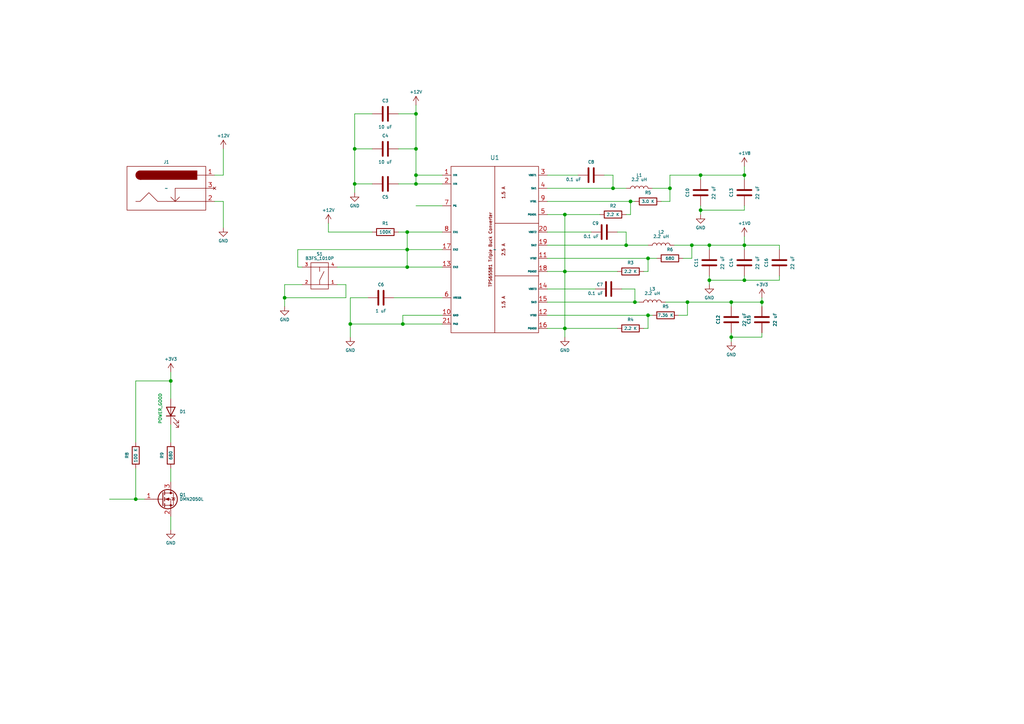
<source format=kicad_sch>
(kicad_sch (version 20230121) (generator eeschema)
  (paper "A4")
  (lib_symbols
    (symbol "B3FS_1010P_1"
      (property "Reference" "S1" (at 0 5.08 0))
      (symbol "B3FS_1010P_1_0_1"
        (rectangle (start -2.54 2.54) (end 2.54 2.54))
        (rectangle (start -2.54 3.81) (end 2.54 -3.81))
        (polyline (pts (xy 0 2.54) (xy 0 1.27)))
        (polyline (pts (xy -2.54 -2.54) (xy 2.54 -2.54) (xy 0 -2.54) (xy 0 -1.27) (xy 1.27 1.27)))
      )
      (symbol "B3FS_1010P_1_1_1"
        (pin input line (at 5.08 -2.54 180) (length 2.54) (name "") (number "1"))
        (pin input line (at -5.08 -2.54 0) (length 2.54) (name "") (number "2"))
        (pin input line (at -5.08 2.54 0) (length 2.54) (name "") (number "3"))
        (pin input line (at 5.08 2.54 180) (length 2.54) (name "") (number "4"))
      )
    )
    (symbol "Device:C" (pin_numbers hide) (pin_names (offset 0.254))
      (property "Reference" "C" (at 0.635 2.54 0))
      (property "Value" "C" (at 0.635 -2.54 0))
      (symbol "C_0_1"
        (polyline (pts (xy -2.032 -0.762) (xy 2.032 -0.762)) (stroke (width 0.508)))
        (polyline (pts (xy -2.032 0.762) (xy 2.032 0.762)) (stroke (width 0.508)))
      )
      (symbol "C_1_1"
        (pin passive line (at 0 3.81 270) (length 2.794) (name "~") (number "1"))
        (pin passive line (at 0 -3.81 90) (length 2.794) (name "~") (number "2"))
      )
    )
    (symbol "Device:L" (pin_numbers hide) (pin_names (offset 1.016) hide)
      (property "Reference" "L" (at -1.27 0 90))
      (property "Value" "L" (at 1.905 0 90))
      (symbol "L_0_1"
        (arc (start 0 -2.54) (mid 0.6323 -1.905) (end 0 -1.27))
        (arc (start 0 -1.27) (mid 0.6323 -0.635) (end 0 0))
        (arc (start 0 0) (mid 0.6323 0.635) (end 0 1.27))
        (arc (start 0 1.27) (mid 0.6323 1.905) (end 0 2.54))
      )
      (symbol "L_1_1"
        (pin passive line (at 0 3.81 270) (length 1.27) (name "1") (number "1"))
        (pin passive line (at 0 -3.81 90) (length 1.27) (name "2") (number "2"))
      )
    )
    (symbol "Device:LED" (pin_numbers hide) (pin_names (offset 1.016) hide)
      (property "Reference" "D" (at 0 2.54 0))
      (property "Value" "LED" (at 0 -2.54 0))
      (symbol "LED_0_1"
        (polyline (pts (xy -1.27 -1.27) (xy -1.27 1.27)) (stroke (width 0.254)))
        (polyline (pts (xy -1.27 0) (xy 1.27 0)))
        (polyline (pts (xy 1.27 -1.27) (xy 1.27 1.27) (xy -1.27 0) (xy 1.27 -1.27)) (stroke (width 0.254)))
        (polyline (pts (xy -3.048 -0.762) (xy -4.572 -2.286) (xy -3.81 -2.286) (xy -4.572 -2.286) (xy -4.572 -1.524)))
        (polyline (pts (xy -1.778 -0.762) (xy -3.302 -2.286) (xy -2.54 -2.286) (xy -3.302 -2.286) (xy -3.302 -1.524)))
      )
      (symbol "LED_1_1"
        (pin passive line (at -3.81 0 0) (length 2.54) (name "K") (number "1"))
        (pin passive line (at 3.81 0 180) (length 2.54) (name "A") (number "2"))
      )
    )
    (symbol "Device:R" (pin_numbers hide) (pin_names (offset 0))
      (property "Reference" "R" (at 2.032 0 90))
      (property "Value" "R" (at 0 0 90))
      (symbol "R_0_1"
        (rectangle (start -1.016 -2.54) (end 1.016 2.54) (stroke (width 0.254)))
      )
      (symbol "R_1_1"
        (pin passive line (at 0 3.81 270) (length 1.27) (name "~") (number "1"))
        (pin passive line (at 0 -3.81 90) (length 1.27) (name "~") (number "2"))
      )
    )
    (symbol "Transistor_FET:DMN2050L" (pin_names hide)
      (property "Reference" "Q" (at 5.08 1.905 0))
      (property "Value" "DMN2050L" (at 5.08 0 0))
      (symbol "DMN2050L_0_1"
        (polyline (pts (xy 0.254 0) (xy -2.54 0)))
        (polyline (pts (xy 0.254 1.905) (xy 0.254 -1.905)) (stroke (width 0.254)))
        (polyline (pts (xy 0.762 -1.27) (xy 0.762 -2.286)) (stroke (width 0.254)))
        (polyline (pts (xy 0.762 0.508) (xy 0.762 -0.508)) (stroke (width 0.254)))
        (polyline (pts (xy 0.762 2.286) (xy 0.762 1.27)) (stroke (width 0.254)))
        (polyline (pts (xy 2.54 2.54) (xy 2.54 1.778)))
        (polyline (pts (xy 2.54 -2.54) (xy 2.54 0) (xy 0.762 0)))
        (polyline (pts (xy 0.762 -1.778) (xy 3.302 -1.778) (xy 3.302 1.778) (xy 0.762 1.778)))
        (polyline (pts (xy 1.016 0) (xy 2.032 0.381) (xy 2.032 -0.381) (xy 1.016 0)) (fill (type outline)))
        (polyline (pts (xy 2.794 0.508) (xy 2.921 0.381) (xy 3.683 0.381) (xy 3.81 0.254)))
        (polyline (pts (xy 3.302 0.381) (xy 2.921 -0.254) (xy 3.683 -0.254) (xy 3.302 0.381)))
        (circle (center 1.651 0) (radius 2.794) (stroke (width 0.254)))
        (circle (center 2.54 -1.778) (radius 0.254) (fill (type outline)))
        (circle (center 2.54 1.778) (radius 0.254) (fill (type outline)))
      )
      (symbol "DMN2050L_1_1"
        (pin input line (at -5.08 0 0) (length 2.54) (name "G") (number "1"))
        (pin passive line (at 2.54 -5.08 90) (length 2.54) (name "S") (number "2"))
        (pin passive line (at 2.54 5.08 270) (length 2.54) (name "D") (number "3"))
      )
    )
    (symbol "Vending_machine:Barrel_Jack_Switch"
      (property "Reference" "J" (at 0 7.62 0))
      (symbol "Barrel_Jack_Switch_0_1"
        (rectangle (start -11.43 6.35) (end 11.43 -6.35))
      )
      (symbol "Barrel_Jack_Switch_1_1"
        (circle (center -7.62 3.81) (radius 1.27) (fill (type outline)))
        (rectangle (start -7.62 5.08) (end 8.89 2.54) (fill (type outline)))
        (polyline (pts (xy 8.89 3.81) (xy 11.43 3.81)))
        (polyline (pts (xy -8.89 -3.81) (xy -7.62 -3.81) (xy -5.08 -1.27) (xy -2.54 -3.81) (xy 11.43 -3.81)))
        (polyline (pts (xy 11.43 0) (xy 2.54 0) (xy 2.54 -3.81) (xy 1.27 -2.54) (xy 2.54 -3.81) (xy 3.81 -2.54)))
        (pin input line (at 13.97 3.81 180) (length 2.54) (name "") (number "1"))
        (pin input line (at 13.97 -3.81 180) (length 2.54) (name "") (number "2"))
        (pin no_connect line (at 13.97 0 180) (length 2.54) (name "") (number "3"))
      )
    )
    (symbol "Vending_machine:Triple_Buck_Converter"
      (property "Reference" "U2" (at 0 25.4 0))
      (symbol "Triple_Buck_Converter_0_1"
        (rectangle (start -12.7 24.13) (end 12.7 -24.13))
        (polyline (pts (xy 0 -7.62) (xy 12.7 -7.62)))
        (polyline (pts (xy 0 7.62) (xy 12.7 7.62)))
      )
      (symbol "Triple_Buck_Converter_1_1"
        (polyline (pts (xy 0 24.13) (xy 0 -24.13)))
        (text "1.5 A" (at 2.54 -15.24 900) (effects (font (size 0.88 0.88))))
        (text "1.5 A" (at 2.54 16.51 900) (effects (font (size 0.88 0.88))))
        (text "2.5 A" (at 2.54 0 900) (effects (font (size 0.88 0.88))))
        (text "TPS65581 Triple Buck Converter" (at -1.27 0 900) (effects (font (size 0.88 0.88))))
        (pin input line (at -15.24 21.59 0) (length 2.54) (name "VIN") (number "1"))
        (pin input line (at -15.24 -19.05 0) (length 2.54) (name "GND") (number "10"))
        (pin input line (at 15.24 -2.54 180) (length 2.54) (name "VFB2") (number "11"))
        (pin input line (at 15.24 -19.05 180) (length 2.54) (name "VFB3") (number "12"))
        (pin input line (at -15.24 -5.08 0) (length 2.54) (name "EN3") (number "13"))
        (pin input line (at 15.24 -11.43 180) (length 2.54) (name "VBST3") (number "14"))
        (pin input line (at 15.24 -15.24 180) (length 2.54) (name "SW3") (number "15"))
        (pin input line (at 15.24 -22.86 180) (length 2.54) (name "PGND3") (number "16"))
        (pin input line (at -15.24 0 0) (length 2.54) (name "EN2") (number "17"))
        (pin input line (at 15.24 -6.35 180) (length 2.54) (name "PGND2") (number "18"))
        (pin input line (at 15.24 1.27 180) (length 2.54) (name "SW2") (number "19"))
        (pin input line (at -15.24 19.05 0) (length 2.54) (name "VIN") (number "2"))
        (pin input line (at 15.24 5.08 180) (length 2.54) (name "VBST2") (number "20"))
        (pin input line (at -15.24 -21.59 0) (length 2.54) (name "PAD") (number "21"))
        (pin input line (at 15.24 21.59 180) (length 2.54) (name "VBST1") (number "3"))
        (pin input line (at 15.24 17.78 180) (length 2.54) (name "SW1") (number "4"))
        (pin input line (at 15.24 10.16 180) (length 2.54) (name "PGND1") (number "5"))
        (pin input line (at -15.24 -13.97 0) (length 2.54) (name "VREG5") (number "6"))
        (pin input line (at -15.24 12.7 0) (length 2.54) (name "PG") (number "7"))
        (pin input line (at -15.24 5.08 0) (length 2.54) (name "EN1") (number "8"))
        (pin input line (at 15.24 13.97 180) (length 2.54) (name "VFB1") (number "9"))
      )
    )
    (symbol "power:+12V" (power) (pin_names (offset 0))
      (property "Value" "+12V" (at 0 3.556 0))
      (symbol "+12V_0_1"
        (polyline (pts (xy -0.762 1.27) (xy 0 2.54)))
        (polyline (pts (xy 0 0) (xy 0 2.54)))
        (polyline (pts (xy 0 2.54) (xy 0.762 1.27)))
      )
      (symbol "+12V_1_1"
        (pin power_in line (at 0 0 90) (length 0) hide (name "+12V") (number "1"))
      )
    )
    (symbol "power:+1V0" (power) (pin_names (offset 0))
      (property "Value" "+1V0" (at 0 3.556 0))
      (symbol "+1V0_0_1"
        (polyline (pts (xy -0.762 1.27) (xy 0 2.54)))
        (polyline (pts (xy 0 0) (xy 0 2.54)))
        (polyline (pts (xy 0 2.54) (xy 0.762 1.27)))
      )
      (symbol "+1V0_1_1"
        (pin power_in line (at 0 0 90) (length 0) hide (name "+1V0") (number "1"))
      )
    )
    (symbol "power:+1V8" (power) (pin_names (offset 0))
      (property "Value" "+1V8" (at 0 3.556 0))
      (symbol "+1V8_0_1"
        (polyline (pts (xy -0.762 1.27) (xy 0 2.54)))
        (polyline (pts (xy 0 0) (xy 0 2.54)))
        (polyline (pts (xy 0 2.54) (xy 0.762 1.27)))
      )
      (symbol "+1V8_1_1"
        (pin power_in line (at 0 0 90) (length 0) hide (name "+1V8") (number "1"))
      )
    )
    (symbol "power:+3V3" (power) (pin_names (offset 0))
      (property "Value" "+3V3" (at 0 3.556 0))
      (symbol "+3V3_0_1"
        (polyline (pts (xy -0.762 1.27) (xy 0 2.54)))
        (polyline (pts (xy 0 0) (xy 0 2.54)))
        (polyline (pts (xy 0 2.54) (xy 0.762 1.27)))
      )
      (symbol "+3V3_1_1"
        (pin power_in line (at 0 0 90) (length 0) hide (name "+3V3") (number "1"))
      )
    )
    (symbol "power:GND" (power) (pin_names (offset 0))
      (property "Value" "GND" (at 0 -3.81 0))
      (symbol "GND_0_1"
        (polyline (pts (xy 0 0) (xy 0 -1.27) (xy 1.27 -1.27) (xy 0 -2.54) (xy -1.27 -1.27) (xy 0 -1.27)))
      )
      (symbol "GND_1_1"
        (pin power_in line (at 0 0 270) (length 0) hide (name "GND") (number "1"))
      )
    )
  )
  (junction (at 120.65 43.18))
  (junction (at 205.74 81.28))
  (junction (at 203.2 50.8))
  (junction (at 200.66 71.12))
  (junction (at 120.65 33.02))
  (junction (at 120.65 53.34))
  (junction (at 205.74 71.12))
  (junction (at 101.6 93.98))
  (junction (at 177.8 54.61))
  (junction (at 187.96 74.93))
  (junction (at 212.09 87.63))
  (junction (at 163.83 95.25))
  (junction (at 215.9 50.8))
  (junction (at 82.55 86.36))
  (junction (at 163.83 62.23))
  (junction (at 194.31 54.61))
  (junction (at 39.37 144.78))
  (junction (at 118.11 77.47))
  (junction (at 49.53 110.49))
  (junction (at 182.88 58.42))
  (junction (at 212.09 97.79))
  (junction (at 184.15 87.63))
  (junction (at 118.11 72.39))
  (junction (at 102.87 53.34))
  (junction (at 116.84 93.98))
  (junction (at 203.2 60.96))
  (junction (at 181.61 71.12))
  (junction (at 187.96 91.44))
  (junction (at 163.83 78.74))
  (junction (at 215.9 81.28))
  (junction (at 215.9 71.12))
  (junction (at 120.65 50.8))
  (junction (at 118.11 67.31))
  (junction (at 220.98 87.63))
  (junction (at 102.87 43.18))
  (junction (at 199.39 87.63))
  (wire (pts (xy 226.06 71.12) (xy 226.06 72.39)))
  (wire (pts (xy 116.84 91.44) (xy 128.27 91.44)))
  (wire (pts (xy 194.31 50.8) (xy 203.2 50.8)))
  (wire (pts (xy 102.87 53.34) (xy 107.95 53.34)))
  (wire (pts (xy 163.83 62.23) (xy 173.99 62.23)))
  (wire (pts (xy 120.65 50.8) (xy 120.65 53.34)))
  (wire (pts (xy 64.77 58.42) (xy 64.77 66.04)))
  (wire (pts (xy 220.98 86.36) (xy 220.98 87.63)))
  (wire (pts (xy 226.06 80.01) (xy 226.06 81.28)))
  (wire (pts (xy 120.65 33.02) (xy 120.65 43.18)))
  (wire (pts (xy 203.2 50.8) (xy 203.2 52.07)))
  (wire (pts (xy 187.96 91.44) (xy 189.23 91.44)))
  (wire (pts (xy 39.37 110.49) (xy 39.37 128.27)))
  (wire (pts (xy 181.61 62.23) (xy 182.88 62.23)))
  (wire (pts (xy 115.57 67.31) (xy 118.11 67.31)))
  (wire (pts (xy 49.53 110.49) (xy 39.37 110.49)))
  (wire (pts (xy 220.98 87.63) (xy 220.98 88.9)))
  (wire (pts (xy 115.57 43.18) (xy 120.65 43.18)))
  (wire (pts (xy 158.75 50.8) (xy 167.64 50.8)))
  (wire (pts (xy 194.31 58.42) (xy 191.77 58.42)))
  (wire (pts (xy 49.53 149.86) (xy 49.53 153.67)))
  (wire (pts (xy 200.66 71.12) (xy 200.66 74.93)))
  (wire (pts (xy 101.6 93.98) (xy 101.6 97.79)))
  (wire (pts (xy 118.11 67.31) (xy 128.27 67.31)))
  (wire (pts (xy 158.75 83.82) (xy 172.72 83.82)))
  (wire (pts (xy 101.6 93.98) (xy 116.84 93.98)))
  (wire (pts (xy 181.61 67.31) (xy 179.07 67.31)))
  (wire (pts (xy 118.11 72.39) (xy 118.11 77.47)))
  (wire (pts (xy 100.33 82.55) (xy 100.33 86.36)))
  (wire (pts (xy 49.53 110.49) (xy 49.53 115.57)))
  (wire (pts (xy 102.87 33.02) (xy 102.87 43.18)))
  (wire (pts (xy 158.75 87.63) (xy 184.15 87.63)))
  (wire (pts (xy 199.39 87.63) (xy 212.09 87.63)))
  (wire (pts (xy 187.96 74.93) (xy 190.5 74.93)))
  (wire (pts (xy 118.11 72.39) (xy 128.27 72.39)))
  (wire (pts (xy 62.23 58.42) (xy 64.77 58.42)))
  (wire (pts (xy 115.57 53.34) (xy 120.65 53.34)))
  (wire (pts (xy 200.66 74.93) (xy 198.12 74.93)))
  (wire (pts (xy 120.65 43.18) (xy 120.65 50.8)))
  (wire (pts (xy 120.65 30.48) (xy 120.65 33.02)))
  (wire (pts (xy 215.9 48.26) (xy 215.9 50.8)))
  (wire (pts (xy 215.9 50.8) (xy 215.9 52.07)))
  (wire (pts (xy 205.74 81.28) (xy 215.9 81.28)))
  (wire (pts (xy 116.84 93.98) (xy 116.84 91.44)))
  (wire (pts (xy 158.75 74.93) (xy 187.96 74.93)))
  (wire (pts (xy 194.31 50.8) (xy 194.31 54.61)))
  (wire (pts (xy 95.25 67.31) (xy 107.95 67.31)))
  (wire (pts (xy 212.09 87.63) (xy 212.09 88.9)))
  (wire (pts (xy 177.8 50.8) (xy 175.26 50.8)))
  (wire (pts (xy 212.09 97.79) (xy 220.98 97.79)))
  (wire (pts (xy 203.2 59.69) (xy 203.2 60.96)))
  (wire (pts (xy 199.39 91.44) (xy 199.39 87.63)))
  (wire (pts (xy 116.84 93.98) (xy 128.27 93.98)))
  (wire (pts (xy 200.66 71.12) (xy 205.74 71.12)))
  (wire (pts (xy 181.61 71.12) (xy 181.61 67.31)))
  (wire (pts (xy 118.11 67.31) (xy 118.11 72.39)))
  (wire (pts (xy 39.37 135.89) (xy 39.37 144.78)))
  (wire (pts (xy 194.31 54.61) (xy 194.31 58.42)))
  (wire (pts (xy 158.75 62.23) (xy 163.83 62.23)))
  (wire (pts (xy 205.74 80.01) (xy 205.74 81.28)))
  (wire (pts (xy 186.69 78.74) (xy 187.96 78.74)))
  (wire (pts (xy 163.83 95.25) (xy 163.83 97.79)))
  (wire (pts (xy 184.15 87.63) (xy 185.42 87.63)))
  (wire (pts (xy 101.6 86.36) (xy 101.6 93.98)))
  (wire (pts (xy 64.77 43.18) (xy 64.77 50.8)))
  (wire (pts (xy 215.9 60.96) (xy 215.9 59.69)))
  (wire (pts (xy 102.87 33.02) (xy 107.95 33.02)))
  (wire (pts (xy 31.75 144.78) (xy 39.37 144.78)))
  (wire (pts (xy 97.79 77.47) (xy 118.11 77.47)))
  (wire (pts (xy 212.09 96.52) (xy 212.09 97.79)))
  (wire (pts (xy 128.27 50.8) (xy 120.65 50.8)))
  (wire (pts (xy 49.53 107.95) (xy 49.53 110.49)))
  (wire (pts (xy 182.88 62.23) (xy 182.88 58.42)))
  (wire (pts (xy 180.34 83.82) (xy 184.15 83.82)))
  (wire (pts (xy 220.98 97.79) (xy 220.98 96.52)))
  (wire (pts (xy 163.83 78.74) (xy 179.07 78.74)))
  (wire (pts (xy 215.9 81.28) (xy 226.06 81.28)))
  (wire (pts (xy 193.04 87.63) (xy 199.39 87.63)))
  (wire (pts (xy 212.09 97.79) (xy 212.09 99.06)))
  (wire (pts (xy 62.23 50.8) (xy 64.77 50.8)))
  (wire (pts (xy 181.61 71.12) (xy 187.96 71.12)))
  (wire (pts (xy 118.11 77.47) (xy 128.27 77.47)))
  (wire (pts (xy 49.53 123.19) (xy 49.53 128.27)))
  (wire (pts (xy 106.68 86.36) (xy 101.6 86.36)))
  (wire (pts (xy 97.79 82.55) (xy 100.33 82.55)))
  (wire (pts (xy 215.9 71.12) (xy 226.06 71.12)))
  (wire (pts (xy 86.36 72.39) (xy 118.11 72.39)))
  (wire (pts (xy 196.85 91.44) (xy 199.39 91.44)))
  (wire (pts (xy 82.55 86.36) (xy 100.33 86.36)))
  (wire (pts (xy 102.87 43.18) (xy 107.95 43.18)))
  (wire (pts (xy 189.23 54.61) (xy 194.31 54.61)))
  (wire (pts (xy 203.2 50.8) (xy 215.9 50.8)))
  (wire (pts (xy 203.2 60.96) (xy 215.9 60.96)))
  (wire (pts (xy 39.37 144.78) (xy 41.91 144.78)))
  (wire (pts (xy 158.75 91.44) (xy 187.96 91.44)))
  (wire (pts (xy 187.96 95.25) (xy 187.96 91.44)))
  (wire (pts (xy 120.65 53.34) (xy 128.27 53.34)))
  (wire (pts (xy 215.9 80.01) (xy 215.9 81.28)))
  (wire (pts (xy 158.75 54.61) (xy 177.8 54.61)))
  (wire (pts (xy 95.25 64.77) (xy 95.25 67.31)))
  (wire (pts (xy 184.15 83.82) (xy 184.15 87.63)))
  (wire (pts (xy 182.88 58.42) (xy 184.15 58.42)))
  (wire (pts (xy 215.9 72.39) (xy 215.9 71.12)))
  (wire (pts (xy 163.83 95.25) (xy 179.07 95.25)))
  (wire (pts (xy 215.9 68.58) (xy 215.9 71.12)))
  (wire (pts (xy 114.3 86.36) (xy 128.27 86.36)))
  (wire (pts (xy 187.96 78.74) (xy 187.96 74.93)))
  (wire (pts (xy 86.36 72.39) (xy 86.36 77.47)))
  (wire (pts (xy 82.55 82.55) (xy 82.55 86.36)))
  (wire (pts (xy 186.69 95.25) (xy 187.96 95.25)))
  (wire (pts (xy 177.8 54.61) (xy 181.61 54.61)))
  (wire (pts (xy 158.75 58.42) (xy 182.88 58.42)))
  (wire (pts (xy 177.8 54.61) (xy 177.8 50.8)))
  (wire (pts (xy 87.63 82.55) (xy 82.55 82.55)))
  (wire (pts (xy 120.65 59.69) (xy 128.27 59.69)))
  (wire (pts (xy 205.74 71.12) (xy 215.9 71.12)))
  (wire (pts (xy 163.83 78.74) (xy 163.83 95.25)))
  (wire (pts (xy 115.57 33.02) (xy 120.65 33.02)))
  (wire (pts (xy 158.75 78.74) (xy 163.83 78.74)))
  (wire (pts (xy 203.2 60.96) (xy 203.2 62.23)))
  (wire (pts (xy 163.83 62.23) (xy 163.83 78.74)))
  (wire (pts (xy 102.87 43.18) (xy 102.87 53.34)))
  (wire (pts (xy 205.74 72.39) (xy 205.74 71.12)))
  (wire (pts (xy 195.58 71.12) (xy 200.66 71.12)))
  (wire (pts (xy 86.36 77.47) (xy 87.63 77.47)))
  (wire (pts (xy 158.75 95.25) (xy 163.83 95.25)))
  (wire (pts (xy 82.55 86.36) (xy 82.55 88.9)))
  (wire (pts (xy 49.53 135.89) (xy 49.53 139.7)))
  (wire (pts (xy 158.75 71.12) (xy 181.61 71.12)))
  (wire (pts (xy 102.87 53.34) (xy 102.87 55.88)))
  (wire (pts (xy 212.09 87.63) (xy 220.98 87.63)))
  (wire (pts (xy 205.74 82.55) (xy 205.74 81.28)))
  (wire (pts (xy 158.75 67.31) (xy 171.45 67.31)))
  (text "POWER_GOOD" (at 46.99 123.19 90) (effects (font (size 0.88 0.88)) (justify left bottom)))
  (symbol (lib_id "Device:L") (at 189.23 87.63 90) (unit 1)
    (property "Reference" "L3" (at 189.23 83.82 90) (effects (font (size 0.88 0.88))))
    (property "Value" "2.2 uH" (at 189.23 85.09 90) (effects (font (size 0.88 0.88))))
  )
  (symbol (lib_id "Device:C") (at 110.49 86.36 270) (unit 1)
    (property "Reference" "C6" (at 110.49 82.55 90) (effects (font (size 0.88 0.88))))
    (property "Value" "1 uF" (at 110.49 90.17 90) (effects (font (size 0.88 0.88))))
  )
  (symbol (lib_id "power:+12V") (at 95.25 64.77 0) (unit 1)
    (property "Reference" "#PWR013" (effects hide))
    (property "Value" "+12V" (at 95.25 60.96 0) (effects (font (size 0.88 0.88))))
  )
  (symbol (lib_id "Device:R") (at 194.31 74.93 90) (unit 1)
    (property "Reference" "R6" (at 194.31 72.39 90) (effects (font (size 0.88 0.88))))
    (property "Value" "680" (at 194.31 74.93 90) (effects (font (size 0.88 0.88))))
  )
  (symbol (lib_id "Device:C") (at 176.53 83.82 270) (unit 1)
    (property "Reference" "C7" (at 173.99 82.55 90) (effects (font (size 0.88 0.88))))
    (property "Value" "0.1 uF" (at 172.72 85.09 90) (effects (font (size 0.88 0.88))))
  )
  (symbol (lib_id "Device:C") (at 212.09 92.71 0) (unit 1)
    (property "Reference" "C12" (at 208.28 92.71 90) (effects (font (size 0.88 0.88))))
    (property "Value" "22 uF" (at 215.9 92.71 90) (effects (font (size 0.88 0.88))))
  )
  (symbol (lib_id "Device:R") (at 193.04 91.44 90) (unit 1)
    (property "Reference" "R5" (at 193.04 88.9 90) (effects (font (size 0.88 0.88))))
    (property "Value" "7.36 K" (at 193.04 91.44 90) (effects (font (size 0.88 0.88))))
  )
  (symbol (lib_id "Device:L") (at 185.42 54.61 90) (unit 1)
    (property "Reference" "L1" (at 185.42 50.8 90) (effects (font (size 0.88 0.88))))
    (property "Value" "2.2 uH" (at 185.42 52.07 90) (effects (font (size 0.88 0.88))))
  )
  (symbol (lib_id "power:GND") (at 49.53 153.67 0) (unit 1)
    (property "Reference" "#PWR016" (effects hide))
    (property "Value" "GND" (at 49.53 157.48 0) (effects (font (size 0.88 0.88))))
  )
  (symbol (lib_id "power:+1V0") (at 215.9 68.58 0) (unit 1)
    (property "Reference" "#PWR07" (effects hide))
    (property "Value" "+1V0" (at 215.9 64.77 0) (effects (font (size 0.88 0.88))))
  )
  (symbol (lib_id "Device:C") (at 203.2 55.88 0) (unit 1)
    (property "Reference" "C10" (at 199.39 55.88 90) (effects (font (size 0.88 0.88))))
    (property "Value" "22 uF" (at 207.01 55.88 90) (effects (font (size 0.88 0.88))))
  )
  (symbol (lib_id "Device:L") (at 191.77 71.12 90) (unit 1)
    (property "Reference" "L2" (at 191.77 67.31 90) (effects (font (size 0.88 0.88))))
    (property "Value" "2.2 uH" (at 191.77 68.58 90) (effects (font (size 0.88 0.88))))
  )
  (symbol (lib_id "power:GND") (at 212.09 99.06 0) (unit 1)
    (property "Reference" "#PWR012" (effects hide))
    (property "Value" "GND" (at 212.09 102.87 0) (effects (font (size 0.88 0.88))))
  )
  (symbol (lib_id "Device:C") (at 215.9 76.2 0) (unit 1)
    (property "Reference" "C14" (at 212.09 76.2 90) (effects (font (size 0.88 0.88))))
    (property "Value" "22 uF" (at 219.71 76.2 90) (effects (font (size 0.88 0.88))))
  )
  (symbol (lib_id "power:GND") (at 82.55 88.9 0) (unit 1)
    (property "Reference" "#PWR014" (effects hide))
    (property "Value" "GND" (at 82.55 92.71 0) (effects (font (size 0.88 0.88))))
  )
  (symbol (lib_id "Device:R") (at 182.88 95.25 90) (unit 1)
    (property "Reference" "R4" (at 182.88 92.71 90) (effects (font (size 0.88 0.88))))
    (property "Value" "2.2 K" (at 182.88 95.25 90) (effects (font (size 0.88 0.88))))
  )
  (symbol (lib_id "power:+3V3") (at 220.98 86.36 0) (unit 1)
    (property "Reference" "#PWR08" (effects hide))
    (property "Value" "+3V3" (at 220.98 82.55 0) (effects (font (size 0.88 0.88))))
  )
  (symbol (lib_id "power:+12V") (at 64.77 43.18 0) (unit 1)
    (property "Reference" "#PWR01" (effects hide))
    (property "Value" "+12V" (at 64.77 39.37 0) (effects (font (size 0.88 0.88))))
  )
  (symbol (lib_id "Transistor_FET:DMN2050L") (at 46.99 144.78 0) (unit 1)
    (property "Reference" "Q1" (at 52.07 143.51 0) (effects (font (size 0.88 0.88)) (justify left)))
    (property "Value" "DMN2050L" (at 52.07 144.78 0) (effects (font (size 0.88 0.88)) (justify left)))
    (property "Footprint" "Package_TO_SOT_SMD:SOT-23" (effects hide))
    (property "Datasheet" "http://www.diodes.com/assets/Datasheets/ds31502.pdf" (effects hide))
  )
  (symbol (lib_id "Device:C") (at 205.74 76.2 0) (unit 1)
    (property "Reference" "C11" (at 201.93 76.2 90) (effects (font (size 0.88 0.88))))
    (property "Value" "22 uF" (at 209.55 76.2 90) (effects (font (size 0.88 0.88))))
  )
  (symbol (lib_id "power:GND") (at 203.2 62.23 0) (unit 1)
    (property "Reference" "#PWR09" (effects hide))
    (property "Value" "GND" (at 203.2 66.04 0) (effects (font (size 0.88 0.88))))
  )
  (symbol (lib_id "Device:R") (at 111.76 67.31 90) (unit 1)
    (property "Reference" "R1" (at 111.76 64.77 90) (effects (font (size 0.88 0.88))))
    (property "Value" "100K" (at 111.76 67.31 90) (effects (font (size 0.88 0.88))))
  )
  (symbol (lib_id "power:GND") (at 205.74 82.55 0) (unit 1)
    (property "Reference" "#PWR010" (effects hide))
    (property "Value" "GND" (at 205.74 86.36 0) (effects (font (size 0.88 0.88))))
  )
  (symbol (lib_id "Device:LED") (at 49.53 119.38 90) (unit 1)
    (property "Reference" "D1" (at 52.07 119.38 90) (effects (font (size 0.88 0.88)) (justify right)))
    (property "Value" "LED" (effects hide))
  )
  (symbol (lib_id "power:+12V") (at 120.65 30.48 0) (unit 1)
    (property "Reference" "#PWR03" (effects hide))
    (property "Value" "+12V" (at 120.65 26.67 0) (effects (font (size 0.88 0.88))))
  )
  (symbol (lib_id "Device:C") (at 111.76 43.18 270) (unit 1)
    (property "Reference" "C4" (at 111.76 39.37 90) (effects (font (size 0.88 0.88))))
    (property "Value" "10 uF" (at 111.76 46.99 90) (effects (font (size 0.88 0.88))))
  )
  (symbol (lib_id "Device:C") (at 226.06 76.2 0) (unit 1)
    (property "Reference" "C16" (at 222.25 76.2 90) (effects (font (size 0.88 0.88))))
    (property "Value" "22 uF" (at 229.87 76.2 90) (effects (font (size 0.88 0.88))))
  )
  (symbol (lib_id "Device:R") (at 39.37 132.08 180) (unit 1)
    (property "Reference" "R8" (at 36.83 132.08 90) (effects (font (size 0.88 0.88))))
    (property "Value" "100 K" (at 39.37 132.08 90) (effects (font (size 0.88 0.88))))
  )
  (symbol (lib_id "power:+3V3") (at 49.53 107.95 0) (unit 1)
    (property "Reference" "#PWR015" (effects hide))
    (property "Value" "+3V3" (at 49.53 104.14 0) (effects (font (size 0.88 0.88))))
  )
  (symbol (lib_id "Device:R") (at 182.88 78.74 90) (unit 1)
    (property "Reference" "R3" (at 182.88 76.2 90) (effects (font (size 0.88 0.88))))
    (property "Value" "2.2 K" (at 182.88 78.74 90) (effects (font (size 0.88 0.88))))
  )
  (symbol (lib_id "power:GND") (at 102.87 55.88 0) (unit 1)
    (property "Reference" "#PWR04" (effects hide))
    (property "Value" "GND" (at 102.87 59.69 0) (effects (font (size 0.88 0.88))))
  )
  (symbol (lib_id "Device:C") (at 220.98 92.71 0) (unit 1)
    (property "Reference" "C15" (at 217.17 92.71 90) (effects (font (size 0.88 0.88))))
    (property "Value" "22 uF" (at 224.79 92.71 90) (effects (font (size 0.88 0.88))))
  )
  (symbol (lib_id "Device:C") (at 111.76 33.02 270) (unit 1)
    (property "Reference" "C3" (at 111.76 29.21 90) (effects (font (size 0.88 0.88))))
    (property "Value" "10 uF" (at 111.76 36.83 90) (effects (font (size 0.88 0.88))))
  )
  (symbol (lib_id "power:GND") (at 101.6 97.79 0) (unit 1)
    (property "Reference" "#PWR05" (effects hide))
    (property "Value" "GND" (at 101.6 101.6 0) (effects (font (size 0.88 0.88))))
  )
  (symbol (lib_id "Vending_machine:Barrel_Jack_Switch") (at 48.26 54.61 0) (unit 1)
    (property "Reference" "J1" (at 48.26 46.99 0) (effects (font (size 0.88 0.88))))
    (property "Value" "~" (at 48.26 54.61 0))
  )
  (symbol (lib_id "Device:C") (at 215.9 55.88 0) (unit 1)
    (property "Reference" "C13" (at 212.09 55.88 90) (effects (font (size 0.88 0.88))))
    (property "Value" "22 uF" (at 219.71 55.88 90) (effects (font (size 0.88 0.88))))
  )
  (symbol (lib_id "Device:C") (at 175.26 67.31 270) (unit 1)
    (property "Reference" "C9" (at 172.72 64.77 90) (effects (font (size 0.88 0.88))))
    (property "Value" "0.1 uF" (at 171.45 68.58 90) (effects (font (size 0.88 0.88))))
  )
  (symbol (lib_id "Device:C") (at 171.45 50.8 270) (unit 1)
    (property "Reference" "C8" (at 171.45 46.99 90) (effects (font (size 0.88 0.88))))
    (property "Value" "0.1 uF" (at 166.37 52.07 90) (effects (font (size 0.88 0.88))))
  )
  (symbol (lib_id "Device:R") (at 177.8 62.23 90) (unit 1)
    (property "Reference" "R2" (at 177.8 59.69 90) (effects (font (size 0.88 0.88))))
    (property "Value" "2.2 K" (at 177.8 62.23 90) (effects (font (size 0.88 0.88))))
  )
  (symbol (lib_id "power:GND") (at 64.77 66.04 0) (unit 1)
    (property "Reference" "#PWR02" (effects hide))
    (property "Value" "GND" (at 64.77 69.85 0) (effects (font (size 0.88 0.88))))
  )
  (symbol (lib_id "Device:R") (at 49.53 132.08 180) (unit 1)
    (property "Reference" "R9" (at 46.99 132.08 90) (effects (font (size 0.88 0.88))))
    (property "Value" "680" (at 49.53 132.08 90) (effects (font (size 0.88 0.88))))
  )
  (symbol (lib_id "Vending_machine:Triple_Buck_Converter") (at 143.51 72.39 0) (unit 1)
    (property "Reference" "U1" (at 143.51 45.72 0))
    (property "Value" "~" (at 143.51 72.39 0))
  )
  (symbol (lib_id "Device:C") (at 111.76 53.34 270) (unit 1)
    (property "Reference" "C5" (at 111.76 57.15 90) (effects (font (size 0.88 0.88))))
    (property "Value" "10 uF" (effects hide))
  )
  (symbol (lib_id "power:GND") (at 163.83 97.79 0) (unit 1)
    (property "Reference" "#PWR011" (effects hide))
    (property "Value" "GND" (at 163.83 101.6 0) (effects (font (size 0.88 0.88))))
  )
  (symbol (lib_name "B3FS_1010P_1") (lib_id "Vending_machine:B3FS_1010P") (at 92.71 80.01 0) (unit 1)
    (property "Reference" "S1" (at 92.71 73.66 0) (effects (font (size 0.88 0.88))))
    (property "Value" "B3FS_1010P" (at 92.71 74.93 0) (effects (font (size 0.88 0.88))))
  )
  (symbol (lib_id "power:+1V8") (at 215.9 48.26 0) (unit 1)
    (property "Reference" "#PWR06" (effects hide))
    (property "Value" "+1V8" (at 215.9 44.45 0) (effects (font (size 0.88 0.88))))
  )
  (symbol (lib_id "Device:R") (at 187.96 58.42 90) (unit 1)
    (property "Reference" "R5" (at 187.96 55.88 90) (effects (font (size 0.88 0.88))))
    (property "Value" "3.0 K" (at 187.96 58.42 90) (effects (font (size 0.88 0.88))))
  )
)
</source>
